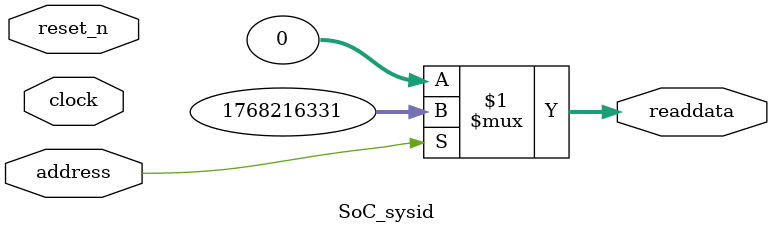
<source format=v>

`timescale 1ns / 1ps
// synthesis translate_on

// turn off superfluous verilog processor warnings 
// altera message_level Level1 
// altera message_off 10034 10035 10036 10037 10230 10240 10030 

module SoC_sysid (
               // inputs:
                address,
                clock,
                reset_n,

               // outputs:
                readdata
             )
;

  output  [ 31: 0] readdata;
  input            address;
  input            clock;
  input            reset_n;

  wire    [ 31: 0] readdata;
  //control_slave, which is an e_avalon_slave
  assign readdata = address ? 1768216331 : 0;

endmodule




</source>
